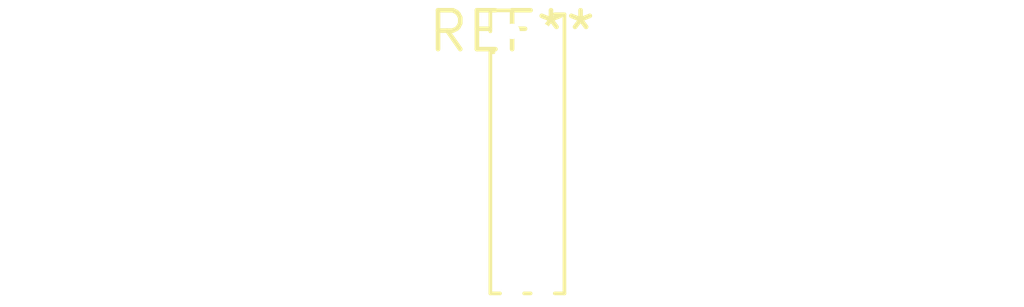
<source format=kicad_pcb>
(kicad_pcb (version 20240108) (generator pcbnew)
  (layers (0 "F.Cu" signal) (31 "B.Cu" signal) (34 "B.Paste" user) (35 "F.Paste" user) (36 "B.SilkS" user "B.Silkscreen") (37 "F.SilkS" user "F.Silkscreen") (38 "B.Mask" user) (39 "F.Mask" user) (44 "Edge.Cuts" user))
  (net 0 "")
  (footprint "PinHeader_2x09_P1.00mm_Vertical" (layer "F.Cu") (at 0 0)
    (property "Reference" "REF**")
    (property "Value" "PinHeader_2x09_P1.00mm_Vertical")
    (fp_line (start -0.71 -0.685) (end 0 -0.685) (layer "F.SilkS") (stroke (width 0.12)))
    (fp_line (start -0.71 0) (end -0.71 -0.685) (layer "F.SilkS") (stroke (width 0.12)))
    (fp_line (start -0.71 0.685) (end -0.71 8.56) (layer "F.SilkS") (stroke (width 0.12)))
    (fp_line (start -0.71 0.685) (end -0.608276 0.685) (layer "F.SilkS") (stroke (width 0.12)))
    (fp_line (start -0.71 8.56) (end -0.394493 8.56) (layer "F.SilkS") (stroke (width 0.12)))
    (fp_line (start 0.394493 8.56) (end 0.605507 8.56) (layer "F.SilkS") (stroke (width 0.12)))
    (fp_line (start 1.394493 -0.56) (end 1.71 -0.56) (layer "F.SilkS") (stroke (width 0.12)))
    (fp_line (start 1.394493 8.56) (end 1.71 8.56) (layer "F.SilkS") (stroke (width 0.12)))
    (fp_line (start 1.71 -0.56) (end 1.71 8.56) (layer "F.SilkS") (stroke (width 0.12)))
    (pad "1" thru_hole rect (at 0 0) (size 0.85 0.85) (drill 0.5) (layers *.Cu *.Mask) (remove_unused_layers))
    (pad "2" thru_hole oval (at 1 0) (size 0.85 0.85) (drill 0.5) (layers *.Cu *.Mask) (remove_unused_layers))
    (pad "3" thru_hole oval (at 0 1) (size 0.85 0.85) (drill 0.5) (layers *.Cu *.Mask) (remove_unused_layers))
    (pad "4" thru_hole oval (at 1 1) (size 0.85 0.85) (drill 0.5) (layers *.Cu *.Mask) (remove_unused_layers))
    (pad "5" thru_hole oval (at 0 2) (size 0.85 0.85) (drill 0.5) (layers *.Cu *.Mask) (remove_unused_layers))
    (pad "6" thru_hole oval (at 1 2) (size 0.85 0.85) (drill 0.5) (layers *.Cu *.Mask) (remove_unused_layers))
    (pad "7" thru_hole oval (at 0 3) (size 0.85 0.85) (drill 0.5) (layers *.Cu *.Mask) (remove_unused_layers))
    (pad "8" thru_hole oval (at 1 3) (size 0.85 0.85) (drill 0.5) (layers *.Cu *.Mask) (remove_unused_layers))
    (pad "9" thru_hole oval (at 0 4) (size 0.85 0.85) (drill 0.5) (layers *.Cu *.Mask) (remove_unused_layers))
    (pad "10" thru_hole oval (at 1 4) (size 0.85 0.85) (drill 0.5) (layers *.Cu *.Mask) (remove_unused_layers))
    (pad "11" thru_hole oval (at 0 5) (size 0.85 0.85) (drill 0.5) (layers *.Cu *.Mask) (remove_unused_layers))
    (pad "12" thru_hole oval (at 1 5) (size 0.85 0.85) (drill 0.5) (layers *.Cu *.Mask) (remove_unused_layers))
    (pad "13" thru_hole oval (at 0 6) (size 0.85 0.85) (drill 0.5) (layers *.Cu *.Mask) (remove_unused_layers))
    (pad "14" thru_hole oval (at 1 6) (size 0.85 0.85) (drill 0.5) (layers *.Cu *.Mask) (remove_unused_layers))
    (pad "15" thru_hole oval (at 0 7) (size 0.85 0.85) (drill 0.5) (layers *.Cu *.Mask) (remove_unused_layers))
    (pad "16" thru_hole oval (at 1 7) (size 0.85 0.85) (drill 0.5) (layers *.Cu *.Mask) (remove_unused_layers))
    (pad "17" thru_hole oval (at 0 8) (size 0.85 0.85) (drill 0.5) (layers *.Cu *.Mask) (remove_unused_layers))
    (pad "18" thru_hole oval (at 1 8) (size 0.85 0.85) (drill 0.5) (layers *.Cu *.Mask) (remove_unused_layers))
  )
)
</source>
